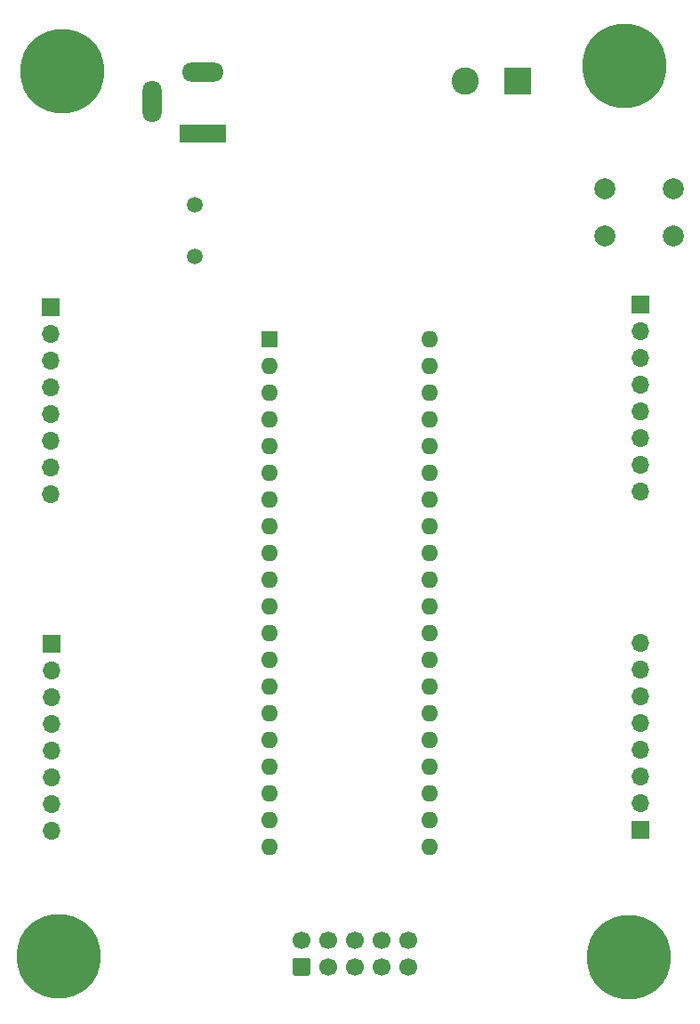
<source format=gbr>
%TF.GenerationSoftware,KiCad,Pcbnew,(5.1.12)-1*%
%TF.CreationDate,2022-02-14T10:56:51+02:00*%
%TF.ProjectId,ATMEGA32A_PU_V1,41544d45-4741-4333-9241-5f50555f5631,V01*%
%TF.SameCoordinates,Original*%
%TF.FileFunction,Soldermask,Bot*%
%TF.FilePolarity,Negative*%
%FSLAX46Y46*%
G04 Gerber Fmt 4.6, Leading zero omitted, Abs format (unit mm)*
G04 Created by KiCad (PCBNEW (5.1.12)-1) date 2022-02-14 10:56:51*
%MOMM*%
%LPD*%
G01*
G04 APERTURE LIST*
%ADD10R,4.400000X1.800000*%
%ADD11O,4.000000X1.800000*%
%ADD12O,1.800000X4.000000*%
%ADD13C,8.000000*%
%ADD14C,0.900000*%
%ADD15C,1.700000*%
%ADD16R,2.600000X2.600000*%
%ADD17C,2.600000*%
%ADD18O,1.700000X1.700000*%
%ADD19R,1.700000X1.700000*%
%ADD20C,2.000000*%
%ADD21R,1.600000X1.600000*%
%ADD22O,1.600000X1.600000*%
%ADD23C,1.500000*%
G04 APERTURE END LIST*
D10*
%TO.C,J2*%
X130556000Y-62484000D03*
D11*
X130556000Y-56684000D03*
D12*
X125756000Y-59484000D03*
%TD*%
D13*
%TO.C,H1*%
X116840000Y-140716000D03*
D14*
X119840000Y-140716000D03*
X118961320Y-142837320D03*
X116840000Y-143716000D03*
X114718680Y-142837320D03*
X113840000Y-140716000D03*
X114718680Y-138594680D03*
X116840000Y-137716000D03*
X118961320Y-138594680D03*
%TD*%
%TO.C,H2*%
X119278820Y-54457180D03*
X117157500Y-53578500D03*
X115036180Y-54457180D03*
X114157500Y-56578500D03*
X115036180Y-58699820D03*
X117157500Y-59578500D03*
X119278820Y-58699820D03*
X120157500Y-56578500D03*
D13*
X117157500Y-56578500D03*
%TD*%
D14*
%TO.C,H3*%
X173253820Y-138721680D03*
X171132500Y-137843000D03*
X169011180Y-138721680D03*
X168132500Y-140843000D03*
X169011180Y-142964320D03*
X171132500Y-143843000D03*
X173253820Y-142964320D03*
X174132500Y-140843000D03*
D13*
X171132500Y-140843000D03*
%TD*%
%TO.C,H4*%
X170688000Y-56070500D03*
D14*
X173688000Y-56070500D03*
X172809320Y-58191820D03*
X170688000Y-59070500D03*
X168566680Y-58191820D03*
X167688000Y-56070500D03*
X168566680Y-53949180D03*
X170688000Y-53070500D03*
X172809320Y-53949180D03*
%TD*%
%TO.C,J1*%
G36*
G01*
X140554000Y-142582000D02*
X139354000Y-142582000D01*
G75*
G02*
X139104000Y-142332000I0J250000D01*
G01*
X139104000Y-141132000D01*
G75*
G02*
X139354000Y-140882000I250000J0D01*
G01*
X140554000Y-140882000D01*
G75*
G02*
X140804000Y-141132000I0J-250000D01*
G01*
X140804000Y-142332000D01*
G75*
G02*
X140554000Y-142582000I-250000J0D01*
G01*
G37*
D15*
X142494000Y-141732000D03*
X145034000Y-141732000D03*
X147574000Y-141732000D03*
X150114000Y-141732000D03*
X139954000Y-139192000D03*
X142494000Y-139192000D03*
X145034000Y-139192000D03*
X147574000Y-139192000D03*
X150114000Y-139192000D03*
%TD*%
D16*
%TO.C,J3*%
X160528000Y-57467500D03*
D17*
X155528000Y-57467500D03*
%TD*%
D18*
%TO.C,J4*%
X172212000Y-96520000D03*
X172212000Y-93980000D03*
X172212000Y-91440000D03*
X172212000Y-88900000D03*
X172212000Y-86360000D03*
X172212000Y-83820000D03*
X172212000Y-81280000D03*
D19*
X172212000Y-78740000D03*
%TD*%
%TO.C,J5*%
X172212000Y-128714500D03*
D18*
X172212000Y-126174500D03*
X172212000Y-123634500D03*
X172212000Y-121094500D03*
X172212000Y-118554500D03*
X172212000Y-116014500D03*
X172212000Y-113474500D03*
X172212000Y-110934500D03*
%TD*%
%TO.C,J6*%
X116078000Y-96774000D03*
X116078000Y-94234000D03*
X116078000Y-91694000D03*
X116078000Y-89154000D03*
X116078000Y-86614000D03*
X116078000Y-84074000D03*
X116078000Y-81534000D03*
D19*
X116078000Y-78994000D03*
%TD*%
%TO.C,J7*%
X116141500Y-110998000D03*
D18*
X116141500Y-113538000D03*
X116141500Y-116078000D03*
X116141500Y-118618000D03*
X116141500Y-121158000D03*
X116141500Y-123698000D03*
X116141500Y-126238000D03*
X116141500Y-128778000D03*
%TD*%
D20*
%TO.C,SW1*%
X168846500Y-72254500D03*
X168846500Y-67754500D03*
X175346500Y-72254500D03*
X175346500Y-67754500D03*
%TD*%
D21*
%TO.C,U1*%
X136906000Y-82042000D03*
D22*
X152146000Y-130302000D03*
X136906000Y-84582000D03*
X152146000Y-127762000D03*
X136906000Y-87122000D03*
X152146000Y-125222000D03*
X136906000Y-89662000D03*
X152146000Y-122682000D03*
X136906000Y-92202000D03*
X152146000Y-120142000D03*
X136906000Y-94742000D03*
X152146000Y-117602000D03*
X136906000Y-97282000D03*
X152146000Y-115062000D03*
X136906000Y-99822000D03*
X152146000Y-112522000D03*
X136906000Y-102362000D03*
X152146000Y-109982000D03*
X136906000Y-104902000D03*
X152146000Y-107442000D03*
X136906000Y-107442000D03*
X152146000Y-104902000D03*
X136906000Y-109982000D03*
X152146000Y-102362000D03*
X136906000Y-112522000D03*
X152146000Y-99822000D03*
X136906000Y-115062000D03*
X152146000Y-97282000D03*
X136906000Y-117602000D03*
X152146000Y-94742000D03*
X136906000Y-120142000D03*
X152146000Y-92202000D03*
X136906000Y-122682000D03*
X152146000Y-89662000D03*
X136906000Y-125222000D03*
X152146000Y-87122000D03*
X136906000Y-127762000D03*
X152146000Y-84582000D03*
X136906000Y-130302000D03*
X152146000Y-82042000D03*
%TD*%
D23*
%TO.C,Y1*%
X129794000Y-74168000D03*
X129794000Y-69288000D03*
%TD*%
M02*

</source>
